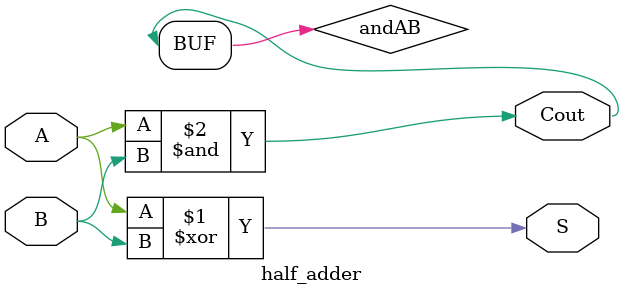
<source format=v>
`timescale 1ns/1ps
`default_nettype none

module half_adder(S,Cout,A,B);

//declare input and output ports
input wire A,B;
output wire S, Cout;
//declare internal nets
wire andAB;

//assign values 
assign S = A^B;
assign andAB = A&B;
assign Cout = andAB;

endmodule //designate end of module 
</source>
